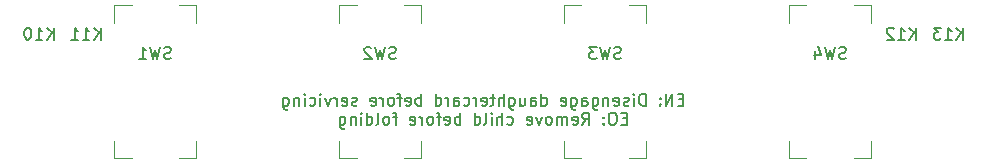
<source format=gbr>
%TF.GenerationSoftware,KiCad,Pcbnew,(6.0.0)*%
%TF.CreationDate,2022-03-07T23:18:18-05:00*%
%TF.ProjectId,SweetBusinessDaughtercard,53776565-7442-4757-9369-6e6573734461,rev?*%
%TF.SameCoordinates,Original*%
%TF.FileFunction,Legend,Bot*%
%TF.FilePolarity,Positive*%
%FSLAX46Y46*%
G04 Gerber Fmt 4.6, Leading zero omitted, Abs format (unit mm)*
G04 Created by KiCad (PCBNEW (6.0.0)) date 2022-03-07 23:18:18*
%MOMM*%
%LPD*%
G01*
G04 APERTURE LIST*
%ADD10C,0.150000*%
%ADD11C,0.120000*%
G04 APERTURE END LIST*
D10*
X143920571Y-67381771D02*
X143587238Y-67381771D01*
X143444380Y-67905580D02*
X143920571Y-67905580D01*
X143920571Y-66905580D01*
X143444380Y-66905580D01*
X143015809Y-67905580D02*
X143015809Y-66905580D01*
X142444380Y-67905580D01*
X142444380Y-66905580D01*
X141968190Y-67810342D02*
X141920571Y-67857961D01*
X141968190Y-67905580D01*
X142015809Y-67857961D01*
X141968190Y-67810342D01*
X141968190Y-67905580D01*
X141968190Y-67286533D02*
X141920571Y-67334152D01*
X141968190Y-67381771D01*
X142015809Y-67334152D01*
X141968190Y-67286533D01*
X141968190Y-67381771D01*
X140730095Y-67905580D02*
X140730095Y-66905580D01*
X140492000Y-66905580D01*
X140349142Y-66953200D01*
X140253904Y-67048438D01*
X140206285Y-67143676D01*
X140158666Y-67334152D01*
X140158666Y-67477009D01*
X140206285Y-67667485D01*
X140253904Y-67762723D01*
X140349142Y-67857961D01*
X140492000Y-67905580D01*
X140730095Y-67905580D01*
X139730095Y-67905580D02*
X139730095Y-67238914D01*
X139730095Y-66905580D02*
X139777714Y-66953200D01*
X139730095Y-67000819D01*
X139682476Y-66953200D01*
X139730095Y-66905580D01*
X139730095Y-67000819D01*
X139301523Y-67857961D02*
X139206285Y-67905580D01*
X139015809Y-67905580D01*
X138920571Y-67857961D01*
X138872952Y-67762723D01*
X138872952Y-67715104D01*
X138920571Y-67619866D01*
X139015809Y-67572247D01*
X139158666Y-67572247D01*
X139253904Y-67524628D01*
X139301523Y-67429390D01*
X139301523Y-67381771D01*
X139253904Y-67286533D01*
X139158666Y-67238914D01*
X139015809Y-67238914D01*
X138920571Y-67286533D01*
X138063428Y-67857961D02*
X138158666Y-67905580D01*
X138349142Y-67905580D01*
X138444380Y-67857961D01*
X138492000Y-67762723D01*
X138492000Y-67381771D01*
X138444380Y-67286533D01*
X138349142Y-67238914D01*
X138158666Y-67238914D01*
X138063428Y-67286533D01*
X138015809Y-67381771D01*
X138015809Y-67477009D01*
X138492000Y-67572247D01*
X137587238Y-67238914D02*
X137587238Y-67905580D01*
X137587238Y-67334152D02*
X137539619Y-67286533D01*
X137444380Y-67238914D01*
X137301523Y-67238914D01*
X137206285Y-67286533D01*
X137158666Y-67381771D01*
X137158666Y-67905580D01*
X136253904Y-67238914D02*
X136253904Y-68048438D01*
X136301523Y-68143676D01*
X136349142Y-68191295D01*
X136444380Y-68238914D01*
X136587238Y-68238914D01*
X136682476Y-68191295D01*
X136253904Y-67857961D02*
X136349142Y-67905580D01*
X136539619Y-67905580D01*
X136634857Y-67857961D01*
X136682476Y-67810342D01*
X136730095Y-67715104D01*
X136730095Y-67429390D01*
X136682476Y-67334152D01*
X136634857Y-67286533D01*
X136539619Y-67238914D01*
X136349142Y-67238914D01*
X136253904Y-67286533D01*
X135349142Y-67905580D02*
X135349142Y-67381771D01*
X135396761Y-67286533D01*
X135492000Y-67238914D01*
X135682476Y-67238914D01*
X135777714Y-67286533D01*
X135349142Y-67857961D02*
X135444380Y-67905580D01*
X135682476Y-67905580D01*
X135777714Y-67857961D01*
X135825333Y-67762723D01*
X135825333Y-67667485D01*
X135777714Y-67572247D01*
X135682476Y-67524628D01*
X135444380Y-67524628D01*
X135349142Y-67477009D01*
X134444380Y-67238914D02*
X134444380Y-68048438D01*
X134492000Y-68143676D01*
X134539619Y-68191295D01*
X134634857Y-68238914D01*
X134777714Y-68238914D01*
X134872952Y-68191295D01*
X134444380Y-67857961D02*
X134539619Y-67905580D01*
X134730095Y-67905580D01*
X134825333Y-67857961D01*
X134872952Y-67810342D01*
X134920571Y-67715104D01*
X134920571Y-67429390D01*
X134872952Y-67334152D01*
X134825333Y-67286533D01*
X134730095Y-67238914D01*
X134539619Y-67238914D01*
X134444380Y-67286533D01*
X133587238Y-67857961D02*
X133682476Y-67905580D01*
X133872952Y-67905580D01*
X133968190Y-67857961D01*
X134015809Y-67762723D01*
X134015809Y-67381771D01*
X133968190Y-67286533D01*
X133872952Y-67238914D01*
X133682476Y-67238914D01*
X133587238Y-67286533D01*
X133539619Y-67381771D01*
X133539619Y-67477009D01*
X134015809Y-67572247D01*
X131920571Y-67905580D02*
X131920571Y-66905580D01*
X131920571Y-67857961D02*
X132015809Y-67905580D01*
X132206285Y-67905580D01*
X132301523Y-67857961D01*
X132349142Y-67810342D01*
X132396761Y-67715104D01*
X132396761Y-67429390D01*
X132349142Y-67334152D01*
X132301523Y-67286533D01*
X132206285Y-67238914D01*
X132015809Y-67238914D01*
X131920571Y-67286533D01*
X131015809Y-67905580D02*
X131015809Y-67381771D01*
X131063428Y-67286533D01*
X131158666Y-67238914D01*
X131349142Y-67238914D01*
X131444380Y-67286533D01*
X131015809Y-67857961D02*
X131111047Y-67905580D01*
X131349142Y-67905580D01*
X131444380Y-67857961D01*
X131492000Y-67762723D01*
X131492000Y-67667485D01*
X131444380Y-67572247D01*
X131349142Y-67524628D01*
X131111047Y-67524628D01*
X131015809Y-67477009D01*
X130111047Y-67238914D02*
X130111047Y-67905580D01*
X130539619Y-67238914D02*
X130539619Y-67762723D01*
X130492000Y-67857961D01*
X130396761Y-67905580D01*
X130253904Y-67905580D01*
X130158666Y-67857961D01*
X130111047Y-67810342D01*
X129206285Y-67238914D02*
X129206285Y-68048438D01*
X129253904Y-68143676D01*
X129301523Y-68191295D01*
X129396761Y-68238914D01*
X129539619Y-68238914D01*
X129634857Y-68191295D01*
X129206285Y-67857961D02*
X129301523Y-67905580D01*
X129492000Y-67905580D01*
X129587238Y-67857961D01*
X129634857Y-67810342D01*
X129682476Y-67715104D01*
X129682476Y-67429390D01*
X129634857Y-67334152D01*
X129587238Y-67286533D01*
X129492000Y-67238914D01*
X129301523Y-67238914D01*
X129206285Y-67286533D01*
X128730095Y-67905580D02*
X128730095Y-66905580D01*
X128301523Y-67905580D02*
X128301523Y-67381771D01*
X128349142Y-67286533D01*
X128444380Y-67238914D01*
X128587238Y-67238914D01*
X128682476Y-67286533D01*
X128730095Y-67334152D01*
X127968190Y-67238914D02*
X127587238Y-67238914D01*
X127825333Y-66905580D02*
X127825333Y-67762723D01*
X127777714Y-67857961D01*
X127682476Y-67905580D01*
X127587238Y-67905580D01*
X126872952Y-67857961D02*
X126968190Y-67905580D01*
X127158666Y-67905580D01*
X127253904Y-67857961D01*
X127301523Y-67762723D01*
X127301523Y-67381771D01*
X127253904Y-67286533D01*
X127158666Y-67238914D01*
X126968190Y-67238914D01*
X126872952Y-67286533D01*
X126825333Y-67381771D01*
X126825333Y-67477009D01*
X127301523Y-67572247D01*
X126396761Y-67905580D02*
X126396761Y-67238914D01*
X126396761Y-67429390D02*
X126349142Y-67334152D01*
X126301523Y-67286533D01*
X126206285Y-67238914D01*
X126111047Y-67238914D01*
X125349142Y-67857961D02*
X125444380Y-67905580D01*
X125634857Y-67905580D01*
X125730095Y-67857961D01*
X125777714Y-67810342D01*
X125825333Y-67715104D01*
X125825333Y-67429390D01*
X125777714Y-67334152D01*
X125730095Y-67286533D01*
X125634857Y-67238914D01*
X125444380Y-67238914D01*
X125349142Y-67286533D01*
X124492000Y-67905580D02*
X124492000Y-67381771D01*
X124539619Y-67286533D01*
X124634857Y-67238914D01*
X124825333Y-67238914D01*
X124920571Y-67286533D01*
X124492000Y-67857961D02*
X124587238Y-67905580D01*
X124825333Y-67905580D01*
X124920571Y-67857961D01*
X124968190Y-67762723D01*
X124968190Y-67667485D01*
X124920571Y-67572247D01*
X124825333Y-67524628D01*
X124587238Y-67524628D01*
X124492000Y-67477009D01*
X124015809Y-67905580D02*
X124015809Y-67238914D01*
X124015809Y-67429390D02*
X123968190Y-67334152D01*
X123920571Y-67286533D01*
X123825333Y-67238914D01*
X123730095Y-67238914D01*
X122968190Y-67905580D02*
X122968190Y-66905580D01*
X122968190Y-67857961D02*
X123063428Y-67905580D01*
X123253904Y-67905580D01*
X123349142Y-67857961D01*
X123396761Y-67810342D01*
X123444380Y-67715104D01*
X123444380Y-67429390D01*
X123396761Y-67334152D01*
X123349142Y-67286533D01*
X123253904Y-67238914D01*
X123063428Y-67238914D01*
X122968190Y-67286533D01*
X121730095Y-67905580D02*
X121730095Y-66905580D01*
X121730095Y-67286533D02*
X121634857Y-67238914D01*
X121444380Y-67238914D01*
X121349142Y-67286533D01*
X121301523Y-67334152D01*
X121253904Y-67429390D01*
X121253904Y-67715104D01*
X121301523Y-67810342D01*
X121349142Y-67857961D01*
X121444380Y-67905580D01*
X121634857Y-67905580D01*
X121730095Y-67857961D01*
X120444380Y-67857961D02*
X120539619Y-67905580D01*
X120730095Y-67905580D01*
X120825333Y-67857961D01*
X120872952Y-67762723D01*
X120872952Y-67381771D01*
X120825333Y-67286533D01*
X120730095Y-67238914D01*
X120539619Y-67238914D01*
X120444380Y-67286533D01*
X120396761Y-67381771D01*
X120396761Y-67477009D01*
X120872952Y-67572247D01*
X120111047Y-67238914D02*
X119730095Y-67238914D01*
X119968190Y-67905580D02*
X119968190Y-67048438D01*
X119920571Y-66953200D01*
X119825333Y-66905580D01*
X119730095Y-66905580D01*
X119253904Y-67905580D02*
X119349142Y-67857961D01*
X119396761Y-67810342D01*
X119444380Y-67715104D01*
X119444380Y-67429390D01*
X119396761Y-67334152D01*
X119349142Y-67286533D01*
X119253904Y-67238914D01*
X119111047Y-67238914D01*
X119015809Y-67286533D01*
X118968190Y-67334152D01*
X118920571Y-67429390D01*
X118920571Y-67715104D01*
X118968190Y-67810342D01*
X119015809Y-67857961D01*
X119111047Y-67905580D01*
X119253904Y-67905580D01*
X118492000Y-67905580D02*
X118492000Y-67238914D01*
X118492000Y-67429390D02*
X118444380Y-67334152D01*
X118396761Y-67286533D01*
X118301523Y-67238914D01*
X118206285Y-67238914D01*
X117492000Y-67857961D02*
X117587238Y-67905580D01*
X117777714Y-67905580D01*
X117872952Y-67857961D01*
X117920571Y-67762723D01*
X117920571Y-67381771D01*
X117872952Y-67286533D01*
X117777714Y-67238914D01*
X117587238Y-67238914D01*
X117492000Y-67286533D01*
X117444380Y-67381771D01*
X117444380Y-67477009D01*
X117920571Y-67572247D01*
X116301523Y-67857961D02*
X116206285Y-67905580D01*
X116015809Y-67905580D01*
X115920571Y-67857961D01*
X115872952Y-67762723D01*
X115872952Y-67715104D01*
X115920571Y-67619866D01*
X116015809Y-67572247D01*
X116158666Y-67572247D01*
X116253904Y-67524628D01*
X116301523Y-67429390D01*
X116301523Y-67381771D01*
X116253904Y-67286533D01*
X116158666Y-67238914D01*
X116015809Y-67238914D01*
X115920571Y-67286533D01*
X115063428Y-67857961D02*
X115158666Y-67905580D01*
X115349142Y-67905580D01*
X115444380Y-67857961D01*
X115492000Y-67762723D01*
X115492000Y-67381771D01*
X115444380Y-67286533D01*
X115349142Y-67238914D01*
X115158666Y-67238914D01*
X115063428Y-67286533D01*
X115015809Y-67381771D01*
X115015809Y-67477009D01*
X115492000Y-67572247D01*
X114587238Y-67905580D02*
X114587238Y-67238914D01*
X114587238Y-67429390D02*
X114539619Y-67334152D01*
X114492000Y-67286533D01*
X114396761Y-67238914D01*
X114301523Y-67238914D01*
X114063428Y-67238914D02*
X113825333Y-67905580D01*
X113587238Y-67238914D01*
X113206285Y-67905580D02*
X113206285Y-67238914D01*
X113206285Y-66905580D02*
X113253904Y-66953200D01*
X113206285Y-67000819D01*
X113158666Y-66953200D01*
X113206285Y-66905580D01*
X113206285Y-67000819D01*
X112301523Y-67857961D02*
X112396761Y-67905580D01*
X112587238Y-67905580D01*
X112682476Y-67857961D01*
X112730095Y-67810342D01*
X112777714Y-67715104D01*
X112777714Y-67429390D01*
X112730095Y-67334152D01*
X112682476Y-67286533D01*
X112587238Y-67238914D01*
X112396761Y-67238914D01*
X112301523Y-67286533D01*
X111872952Y-67905580D02*
X111872952Y-67238914D01*
X111872952Y-66905580D02*
X111920571Y-66953200D01*
X111872952Y-67000819D01*
X111825333Y-66953200D01*
X111872952Y-66905580D01*
X111872952Y-67000819D01*
X111396761Y-67238914D02*
X111396761Y-67905580D01*
X111396761Y-67334152D02*
X111349142Y-67286533D01*
X111253904Y-67238914D01*
X111111047Y-67238914D01*
X111015809Y-67286533D01*
X110968190Y-67381771D01*
X110968190Y-67905580D01*
X110063428Y-67238914D02*
X110063428Y-68048438D01*
X110111047Y-68143676D01*
X110158666Y-68191295D01*
X110253904Y-68238914D01*
X110396761Y-68238914D01*
X110492000Y-68191295D01*
X110063428Y-67857961D02*
X110158666Y-67905580D01*
X110349142Y-67905580D01*
X110444380Y-67857961D01*
X110492000Y-67810342D01*
X110539619Y-67715104D01*
X110539619Y-67429390D01*
X110492000Y-67334152D01*
X110444380Y-67286533D01*
X110349142Y-67238914D01*
X110158666Y-67238914D01*
X110063428Y-67286533D01*
X139134857Y-68991771D02*
X138801523Y-68991771D01*
X138658666Y-69515580D02*
X139134857Y-69515580D01*
X139134857Y-68515580D01*
X138658666Y-68515580D01*
X138039619Y-68515580D02*
X137849142Y-68515580D01*
X137753904Y-68563200D01*
X137658666Y-68658438D01*
X137611047Y-68848914D01*
X137611047Y-69182247D01*
X137658666Y-69372723D01*
X137753904Y-69467961D01*
X137849142Y-69515580D01*
X138039619Y-69515580D01*
X138134857Y-69467961D01*
X138230095Y-69372723D01*
X138277714Y-69182247D01*
X138277714Y-68848914D01*
X138230095Y-68658438D01*
X138134857Y-68563200D01*
X138039619Y-68515580D01*
X137182476Y-69420342D02*
X137134857Y-69467961D01*
X137182476Y-69515580D01*
X137230095Y-69467961D01*
X137182476Y-69420342D01*
X137182476Y-69515580D01*
X137182476Y-68896533D02*
X137134857Y-68944152D01*
X137182476Y-68991771D01*
X137230095Y-68944152D01*
X137182476Y-68896533D01*
X137182476Y-68991771D01*
X135372952Y-69515580D02*
X135706285Y-69039390D01*
X135944380Y-69515580D02*
X135944380Y-68515580D01*
X135563428Y-68515580D01*
X135468190Y-68563200D01*
X135420571Y-68610819D01*
X135372952Y-68706057D01*
X135372952Y-68848914D01*
X135420571Y-68944152D01*
X135468190Y-68991771D01*
X135563428Y-69039390D01*
X135944380Y-69039390D01*
X134563428Y-69467961D02*
X134658666Y-69515580D01*
X134849142Y-69515580D01*
X134944380Y-69467961D01*
X134992000Y-69372723D01*
X134992000Y-68991771D01*
X134944380Y-68896533D01*
X134849142Y-68848914D01*
X134658666Y-68848914D01*
X134563428Y-68896533D01*
X134515809Y-68991771D01*
X134515809Y-69087009D01*
X134992000Y-69182247D01*
X134087238Y-69515580D02*
X134087238Y-68848914D01*
X134087238Y-68944152D02*
X134039619Y-68896533D01*
X133944380Y-68848914D01*
X133801523Y-68848914D01*
X133706285Y-68896533D01*
X133658666Y-68991771D01*
X133658666Y-69515580D01*
X133658666Y-68991771D02*
X133611047Y-68896533D01*
X133515809Y-68848914D01*
X133372952Y-68848914D01*
X133277714Y-68896533D01*
X133230095Y-68991771D01*
X133230095Y-69515580D01*
X132611047Y-69515580D02*
X132706285Y-69467961D01*
X132753904Y-69420342D01*
X132801523Y-69325104D01*
X132801523Y-69039390D01*
X132753904Y-68944152D01*
X132706285Y-68896533D01*
X132611047Y-68848914D01*
X132468190Y-68848914D01*
X132372952Y-68896533D01*
X132325333Y-68944152D01*
X132277714Y-69039390D01*
X132277714Y-69325104D01*
X132325333Y-69420342D01*
X132372952Y-69467961D01*
X132468190Y-69515580D01*
X132611047Y-69515580D01*
X131944380Y-68848914D02*
X131706285Y-69515580D01*
X131468190Y-68848914D01*
X130706285Y-69467961D02*
X130801523Y-69515580D01*
X130992000Y-69515580D01*
X131087238Y-69467961D01*
X131134857Y-69372723D01*
X131134857Y-68991771D01*
X131087238Y-68896533D01*
X130992000Y-68848914D01*
X130801523Y-68848914D01*
X130706285Y-68896533D01*
X130658666Y-68991771D01*
X130658666Y-69087009D01*
X131134857Y-69182247D01*
X129039619Y-69467961D02*
X129134857Y-69515580D01*
X129325333Y-69515580D01*
X129420571Y-69467961D01*
X129468190Y-69420342D01*
X129515809Y-69325104D01*
X129515809Y-69039390D01*
X129468190Y-68944152D01*
X129420571Y-68896533D01*
X129325333Y-68848914D01*
X129134857Y-68848914D01*
X129039619Y-68896533D01*
X128611047Y-69515580D02*
X128611047Y-68515580D01*
X128182476Y-69515580D02*
X128182476Y-68991771D01*
X128230095Y-68896533D01*
X128325333Y-68848914D01*
X128468190Y-68848914D01*
X128563428Y-68896533D01*
X128611047Y-68944152D01*
X127706285Y-69515580D02*
X127706285Y-68848914D01*
X127706285Y-68515580D02*
X127753904Y-68563200D01*
X127706285Y-68610819D01*
X127658666Y-68563200D01*
X127706285Y-68515580D01*
X127706285Y-68610819D01*
X127087238Y-69515580D02*
X127182476Y-69467961D01*
X127230095Y-69372723D01*
X127230095Y-68515580D01*
X126277714Y-69515580D02*
X126277714Y-68515580D01*
X126277714Y-69467961D02*
X126372952Y-69515580D01*
X126563428Y-69515580D01*
X126658666Y-69467961D01*
X126706285Y-69420342D01*
X126753904Y-69325104D01*
X126753904Y-69039390D01*
X126706285Y-68944152D01*
X126658666Y-68896533D01*
X126563428Y-68848914D01*
X126372952Y-68848914D01*
X126277714Y-68896533D01*
X125039619Y-69515580D02*
X125039619Y-68515580D01*
X125039619Y-68896533D02*
X124944380Y-68848914D01*
X124753904Y-68848914D01*
X124658666Y-68896533D01*
X124611047Y-68944152D01*
X124563428Y-69039390D01*
X124563428Y-69325104D01*
X124611047Y-69420342D01*
X124658666Y-69467961D01*
X124753904Y-69515580D01*
X124944380Y-69515580D01*
X125039619Y-69467961D01*
X123753904Y-69467961D02*
X123849142Y-69515580D01*
X124039619Y-69515580D01*
X124134857Y-69467961D01*
X124182476Y-69372723D01*
X124182476Y-68991771D01*
X124134857Y-68896533D01*
X124039619Y-68848914D01*
X123849142Y-68848914D01*
X123753904Y-68896533D01*
X123706285Y-68991771D01*
X123706285Y-69087009D01*
X124182476Y-69182247D01*
X123420571Y-68848914D02*
X123039619Y-68848914D01*
X123277714Y-69515580D02*
X123277714Y-68658438D01*
X123230095Y-68563200D01*
X123134857Y-68515580D01*
X123039619Y-68515580D01*
X122563428Y-69515580D02*
X122658666Y-69467961D01*
X122706285Y-69420342D01*
X122753904Y-69325104D01*
X122753904Y-69039390D01*
X122706285Y-68944152D01*
X122658666Y-68896533D01*
X122563428Y-68848914D01*
X122420571Y-68848914D01*
X122325333Y-68896533D01*
X122277714Y-68944152D01*
X122230095Y-69039390D01*
X122230095Y-69325104D01*
X122277714Y-69420342D01*
X122325333Y-69467961D01*
X122420571Y-69515580D01*
X122563428Y-69515580D01*
X121801523Y-69515580D02*
X121801523Y-68848914D01*
X121801523Y-69039390D02*
X121753904Y-68944152D01*
X121706285Y-68896533D01*
X121611047Y-68848914D01*
X121515809Y-68848914D01*
X120801523Y-69467961D02*
X120896761Y-69515580D01*
X121087238Y-69515580D01*
X121182476Y-69467961D01*
X121230095Y-69372723D01*
X121230095Y-68991771D01*
X121182476Y-68896533D01*
X121087238Y-68848914D01*
X120896761Y-68848914D01*
X120801523Y-68896533D01*
X120753904Y-68991771D01*
X120753904Y-69087009D01*
X121230095Y-69182247D01*
X119706285Y-68848914D02*
X119325333Y-68848914D01*
X119563428Y-69515580D02*
X119563428Y-68658438D01*
X119515809Y-68563200D01*
X119420571Y-68515580D01*
X119325333Y-68515580D01*
X118849142Y-69515580D02*
X118944380Y-69467961D01*
X118992000Y-69420342D01*
X119039619Y-69325104D01*
X119039619Y-69039390D01*
X118992000Y-68944152D01*
X118944380Y-68896533D01*
X118849142Y-68848914D01*
X118706285Y-68848914D01*
X118611047Y-68896533D01*
X118563428Y-68944152D01*
X118515809Y-69039390D01*
X118515809Y-69325104D01*
X118563428Y-69420342D01*
X118611047Y-69467961D01*
X118706285Y-69515580D01*
X118849142Y-69515580D01*
X117944380Y-69515580D02*
X118039619Y-69467961D01*
X118087238Y-69372723D01*
X118087238Y-68515580D01*
X117134857Y-69515580D02*
X117134857Y-68515580D01*
X117134857Y-69467961D02*
X117230095Y-69515580D01*
X117420571Y-69515580D01*
X117515809Y-69467961D01*
X117563428Y-69420342D01*
X117611047Y-69325104D01*
X117611047Y-69039390D01*
X117563428Y-68944152D01*
X117515809Y-68896533D01*
X117420571Y-68848914D01*
X117230095Y-68848914D01*
X117134857Y-68896533D01*
X116658666Y-69515580D02*
X116658666Y-68848914D01*
X116658666Y-68515580D02*
X116706285Y-68563200D01*
X116658666Y-68610819D01*
X116611047Y-68563200D01*
X116658666Y-68515580D01*
X116658666Y-68610819D01*
X116182476Y-68848914D02*
X116182476Y-69515580D01*
X116182476Y-68944152D02*
X116134857Y-68896533D01*
X116039619Y-68848914D01*
X115896761Y-68848914D01*
X115801523Y-68896533D01*
X115753904Y-68991771D01*
X115753904Y-69515580D01*
X114849142Y-68848914D02*
X114849142Y-69658438D01*
X114896761Y-69753676D01*
X114944380Y-69801295D01*
X115039619Y-69848914D01*
X115182476Y-69848914D01*
X115277714Y-69801295D01*
X114849142Y-69467961D02*
X114944380Y-69515580D01*
X115134857Y-69515580D01*
X115230095Y-69467961D01*
X115277714Y-69420342D01*
X115325333Y-69325104D01*
X115325333Y-69039390D01*
X115277714Y-68944152D01*
X115230095Y-68896533D01*
X115134857Y-68848914D01*
X114944380Y-68848914D01*
X114849142Y-68896533D01*
%TO.C,SW4*%
X157692233Y-63900761D02*
X157549376Y-63948380D01*
X157311280Y-63948380D01*
X157216042Y-63900761D01*
X157168423Y-63853142D01*
X157120804Y-63757904D01*
X157120804Y-63662666D01*
X157168423Y-63567428D01*
X157216042Y-63519809D01*
X157311280Y-63472190D01*
X157501757Y-63424571D01*
X157596995Y-63376952D01*
X157644614Y-63329333D01*
X157692233Y-63234095D01*
X157692233Y-63138857D01*
X157644614Y-63043619D01*
X157596995Y-62996000D01*
X157501757Y-62948380D01*
X157263661Y-62948380D01*
X157120804Y-62996000D01*
X156787471Y-62948380D02*
X156549376Y-63948380D01*
X156358900Y-63234095D01*
X156168423Y-63948380D01*
X155930328Y-62948380D01*
X155120804Y-63281714D02*
X155120804Y-63948380D01*
X155358900Y-62900761D02*
X155596995Y-63615047D01*
X154977947Y-63615047D01*
%TO.C,SW3*%
X138643433Y-63900761D02*
X138500576Y-63948380D01*
X138262480Y-63948380D01*
X138167242Y-63900761D01*
X138119623Y-63853142D01*
X138072004Y-63757904D01*
X138072004Y-63662666D01*
X138119623Y-63567428D01*
X138167242Y-63519809D01*
X138262480Y-63472190D01*
X138452957Y-63424571D01*
X138548195Y-63376952D01*
X138595814Y-63329333D01*
X138643433Y-63234095D01*
X138643433Y-63138857D01*
X138595814Y-63043619D01*
X138548195Y-62996000D01*
X138452957Y-62948380D01*
X138214861Y-62948380D01*
X138072004Y-62996000D01*
X137738671Y-62948380D02*
X137500576Y-63948380D01*
X137310100Y-63234095D01*
X137119623Y-63948380D01*
X136881528Y-62948380D01*
X136595814Y-62948380D02*
X135976766Y-62948380D01*
X136310100Y-63329333D01*
X136167242Y-63329333D01*
X136072004Y-63376952D01*
X136024385Y-63424571D01*
X135976766Y-63519809D01*
X135976766Y-63757904D01*
X136024385Y-63853142D01*
X136072004Y-63900761D01*
X136167242Y-63948380D01*
X136452957Y-63948380D01*
X136548195Y-63900761D01*
X136595814Y-63853142D01*
%TO.C,K12*%
X163640785Y-62309480D02*
X163640785Y-61309480D01*
X163069357Y-62309480D02*
X163497928Y-61738052D01*
X163069357Y-61309480D02*
X163640785Y-61880909D01*
X162116976Y-62309480D02*
X162688404Y-62309480D01*
X162402690Y-62309480D02*
X162402690Y-61309480D01*
X162497928Y-61452338D01*
X162593166Y-61547576D01*
X162688404Y-61595195D01*
X161736023Y-61404719D02*
X161688404Y-61357100D01*
X161593166Y-61309480D01*
X161355071Y-61309480D01*
X161259833Y-61357100D01*
X161212214Y-61404719D01*
X161164595Y-61499957D01*
X161164595Y-61595195D01*
X161212214Y-61738052D01*
X161783642Y-62309480D01*
X161164595Y-62309480D01*
%TO.C,SW1*%
X100545833Y-63900761D02*
X100402976Y-63948380D01*
X100164880Y-63948380D01*
X100069642Y-63900761D01*
X100022023Y-63853142D01*
X99974404Y-63757904D01*
X99974404Y-63662666D01*
X100022023Y-63567428D01*
X100069642Y-63519809D01*
X100164880Y-63472190D01*
X100355357Y-63424571D01*
X100450595Y-63376952D01*
X100498214Y-63329333D01*
X100545833Y-63234095D01*
X100545833Y-63138857D01*
X100498214Y-63043619D01*
X100450595Y-62996000D01*
X100355357Y-62948380D01*
X100117261Y-62948380D01*
X99974404Y-62996000D01*
X99641071Y-62948380D02*
X99402976Y-63948380D01*
X99212500Y-63234095D01*
X99022023Y-63948380D01*
X98783928Y-62948380D01*
X97879166Y-63948380D02*
X98450595Y-63948380D01*
X98164880Y-63948380D02*
X98164880Y-62948380D01*
X98260119Y-63091238D01*
X98355357Y-63186476D01*
X98450595Y-63234095D01*
%TO.C,SW2*%
X119594633Y-63900761D02*
X119451776Y-63948380D01*
X119213680Y-63948380D01*
X119118442Y-63900761D01*
X119070823Y-63853142D01*
X119023204Y-63757904D01*
X119023204Y-63662666D01*
X119070823Y-63567428D01*
X119118442Y-63519809D01*
X119213680Y-63472190D01*
X119404157Y-63424571D01*
X119499395Y-63376952D01*
X119547014Y-63329333D01*
X119594633Y-63234095D01*
X119594633Y-63138857D01*
X119547014Y-63043619D01*
X119499395Y-62996000D01*
X119404157Y-62948380D01*
X119166061Y-62948380D01*
X119023204Y-62996000D01*
X118689871Y-62948380D02*
X118451776Y-63948380D01*
X118261300Y-63234095D01*
X118070823Y-63948380D01*
X117832728Y-62948380D01*
X117499395Y-63043619D02*
X117451776Y-62996000D01*
X117356538Y-62948380D01*
X117118442Y-62948380D01*
X117023204Y-62996000D01*
X116975585Y-63043619D01*
X116927966Y-63138857D01*
X116927966Y-63234095D01*
X116975585Y-63376952D01*
X117547014Y-63948380D01*
X116927966Y-63948380D01*
%TO.C,K13*%
X167609285Y-62309480D02*
X167609285Y-61309480D01*
X167037857Y-62309480D02*
X167466428Y-61738052D01*
X167037857Y-61309480D02*
X167609285Y-61880909D01*
X166085476Y-62309480D02*
X166656904Y-62309480D01*
X166371190Y-62309480D02*
X166371190Y-61309480D01*
X166466428Y-61452338D01*
X166561666Y-61547576D01*
X166656904Y-61595195D01*
X165752142Y-61309480D02*
X165133095Y-61309480D01*
X165466428Y-61690433D01*
X165323571Y-61690433D01*
X165228333Y-61738052D01*
X165180714Y-61785671D01*
X165133095Y-61880909D01*
X165133095Y-62119004D01*
X165180714Y-62214242D01*
X165228333Y-62261861D01*
X165323571Y-62309480D01*
X165609285Y-62309480D01*
X165704523Y-62261861D01*
X165752142Y-62214242D01*
%TO.C,K11*%
X94588285Y-62309480D02*
X94588285Y-61309480D01*
X94016857Y-62309480D02*
X94445428Y-61738052D01*
X94016857Y-61309480D02*
X94588285Y-61880909D01*
X93064476Y-62309480D02*
X93635904Y-62309480D01*
X93350190Y-62309480D02*
X93350190Y-61309480D01*
X93445428Y-61452338D01*
X93540666Y-61547576D01*
X93635904Y-61595195D01*
X92112095Y-62309480D02*
X92683523Y-62309480D01*
X92397809Y-62309480D02*
X92397809Y-61309480D01*
X92493047Y-61452338D01*
X92588285Y-61547576D01*
X92683523Y-61595195D01*
%TO.C,K10*%
X90619785Y-62309480D02*
X90619785Y-61309480D01*
X90048357Y-62309480D02*
X90476928Y-61738052D01*
X90048357Y-61309480D02*
X90619785Y-61880909D01*
X89095976Y-62309480D02*
X89667404Y-62309480D01*
X89381690Y-62309480D02*
X89381690Y-61309480D01*
X89476928Y-61452338D01*
X89572166Y-61547576D01*
X89667404Y-61595195D01*
X88476928Y-61309480D02*
X88381690Y-61309480D01*
X88286452Y-61357100D01*
X88238833Y-61404719D01*
X88191214Y-61499957D01*
X88143595Y-61690433D01*
X88143595Y-61928528D01*
X88191214Y-62119004D01*
X88238833Y-62214242D01*
X88286452Y-62261861D01*
X88381690Y-62309480D01*
X88476928Y-62309480D01*
X88572166Y-62261861D01*
X88619785Y-62214242D01*
X88667404Y-62119004D01*
X88715023Y-61928528D01*
X88715023Y-61690433D01*
X88667404Y-61499957D01*
X88619785Y-61404719D01*
X88572166Y-61357100D01*
X88476928Y-61309480D01*
D11*
%TO.C,SW4*%
X159858900Y-59377100D02*
X159858900Y-60877100D01*
X154358900Y-72377100D02*
X152858900Y-72377100D01*
X159858900Y-70877100D02*
X159858900Y-72377100D01*
X152858900Y-60877100D02*
X152858900Y-59377100D01*
X159858900Y-72377100D02*
X158358900Y-72377100D01*
X152858900Y-72377100D02*
X152858900Y-70877100D01*
X159858900Y-59377100D02*
X158358900Y-59377100D01*
X152858900Y-59377100D02*
X154358900Y-59377100D01*
%TO.C,SW3*%
X140810100Y-59377100D02*
X140810100Y-60877100D01*
X133810100Y-59377100D02*
X135310100Y-59377100D01*
X140810100Y-70877100D02*
X140810100Y-72377100D01*
X133810100Y-60877100D02*
X133810100Y-59377100D01*
X133810100Y-72377100D02*
X133810100Y-70877100D01*
X140810100Y-72377100D02*
X139310100Y-72377100D01*
X135310100Y-72377100D02*
X133810100Y-72377100D01*
X140810100Y-59377100D02*
X139310100Y-59377100D01*
%TO.C,SW1*%
X102712500Y-70877100D02*
X102712500Y-72377100D01*
X102712500Y-59377100D02*
X102712500Y-60877100D01*
X102712500Y-72377100D02*
X101212500Y-72377100D01*
X97212500Y-72377100D02*
X95712500Y-72377100D01*
X95712500Y-60877100D02*
X95712500Y-59377100D01*
X102712500Y-59377100D02*
X101212500Y-59377100D01*
X95712500Y-59377100D02*
X97212500Y-59377100D01*
X95712500Y-72377100D02*
X95712500Y-70877100D01*
%TO.C,SW2*%
X114761300Y-72377100D02*
X114761300Y-70877100D01*
X114761300Y-59377100D02*
X116261300Y-59377100D01*
X121761300Y-59377100D02*
X121761300Y-60877100D01*
X114761300Y-60877100D02*
X114761300Y-59377100D01*
X116261300Y-72377100D02*
X114761300Y-72377100D01*
X121761300Y-70877100D02*
X121761300Y-72377100D01*
X121761300Y-59377100D02*
X120261300Y-59377100D01*
X121761300Y-72377100D02*
X120261300Y-72377100D01*
%TD*%
M02*

</source>
